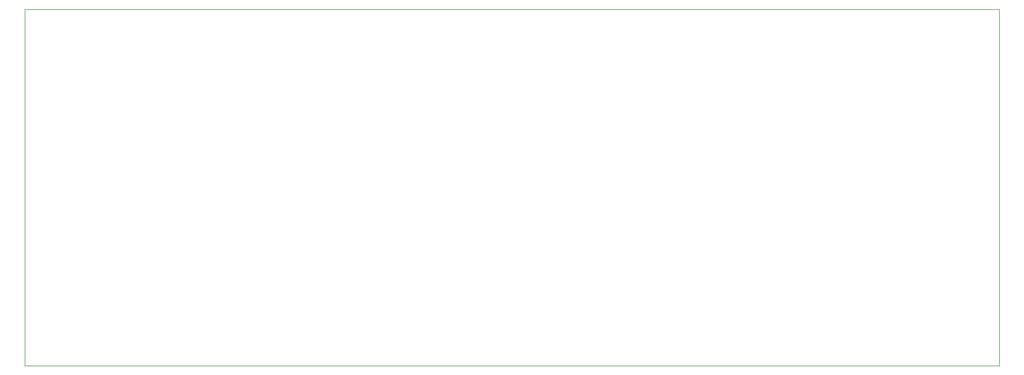
<source format=gm1>
%TF.GenerationSoftware,KiCad,Pcbnew,8.0.0*%
%TF.CreationDate,2024-04-03T18:38:51+02:00*%
%TF.ProjectId,zf-filter,7a662d66-696c-4746-9572-2e6b69636164,1.0*%
%TF.SameCoordinates,Original*%
%TF.FileFunction,Profile,NP*%
%FSLAX46Y46*%
G04 Gerber Fmt 4.6, Leading zero omitted, Abs format (unit mm)*
G04 Created by KiCad (PCBNEW 8.0.0) date 2024-04-03 18:38:51*
%MOMM*%
%LPD*%
G01*
G04 APERTURE LIST*
%TA.AperFunction,Profile*%
%ADD10C,0.050000*%
%TD*%
G04 APERTURE END LIST*
D10*
X75000000Y-80000000D02*
X225000000Y-80000000D01*
X225000000Y-135000000D01*
X75000000Y-135000000D01*
X75000000Y-80000000D01*
M02*

</source>
